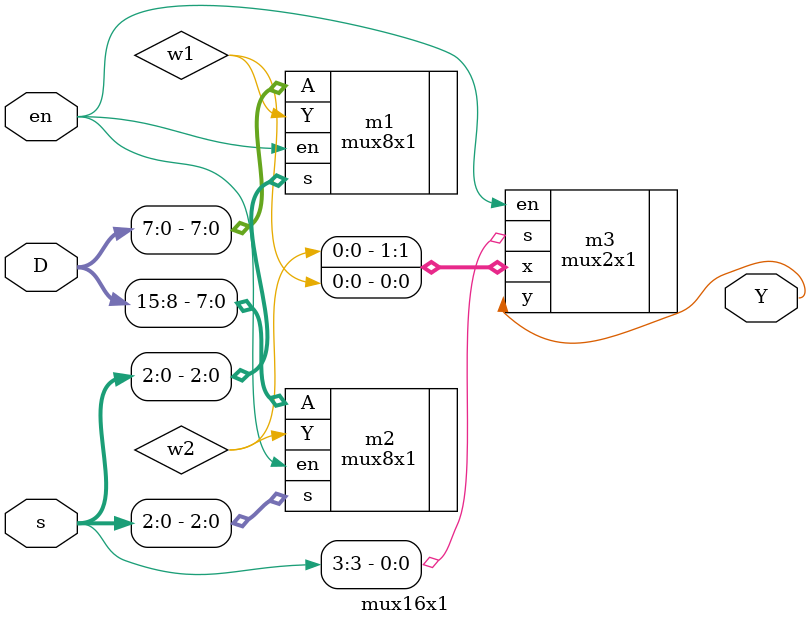
<source format=v>
`timescale 1ns / 1ps


module mux16x1(output Y, input [15:0] D, input [3:0] s, input en);
    wire w1, w2;

    // Logic
    mux8x1 m1(.Y(w1), .A(D[7:0]), .s(s[2:0]), .en(en)); 
    mux8x1 m2(.Y(w2), .A(D[15:8]), .s(s[2:0]), .en(en)); 

    mux2x1 m3(.y(Y), .x({w2, w1}), .s(s[3]), .en(en)); 
endmodule


</source>
